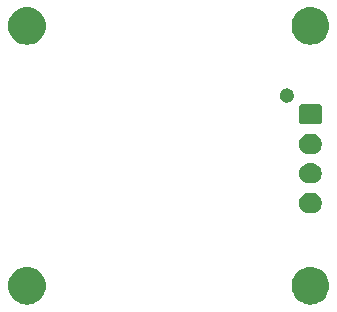
<source format=gbs>
%TF.GenerationSoftware,KiCad,Pcbnew,8.0.2*%
%TF.CreationDate,2024-12-26T16:13:32-05:00*%
%TF.ProjectId,TOF Sensor,544f4620-5365-46e7-936f-722e6b696361,rev?*%
%TF.SameCoordinates,Original*%
%TF.FileFunction,Soldermask,Bot*%
%TF.FilePolarity,Negative*%
%FSLAX46Y46*%
G04 Gerber Fmt 4.6, Leading zero omitted, Abs format (unit mm)*
G04 Created by KiCad (PCBNEW 8.0.2) date 2024-12-26 16:13:32*
%MOMM*%
%LPD*%
G01*
G04 APERTURE LIST*
G04 APERTURE END LIST*
G36*
X106250295Y-64419699D02*
G01*
X106494427Y-64478310D01*
X106726385Y-64574390D01*
X106940456Y-64705573D01*
X107131371Y-64868629D01*
X107294427Y-65059544D01*
X107425610Y-65273615D01*
X107521690Y-65505573D01*
X107580301Y-65749705D01*
X107600000Y-66000000D01*
X107580301Y-66250295D01*
X107521690Y-66494427D01*
X107425610Y-66726385D01*
X107294427Y-66940456D01*
X107131371Y-67131371D01*
X106940456Y-67294427D01*
X106726385Y-67425610D01*
X106494427Y-67521690D01*
X106250295Y-67580301D01*
X106000000Y-67600000D01*
X105749705Y-67580301D01*
X105505573Y-67521690D01*
X105273615Y-67425610D01*
X105059544Y-67294427D01*
X104868629Y-67131371D01*
X104705573Y-66940456D01*
X104574390Y-66726385D01*
X104478310Y-66494427D01*
X104419699Y-66250295D01*
X104400000Y-66000000D01*
X104419699Y-65749705D01*
X104478310Y-65505573D01*
X104574390Y-65273615D01*
X104705573Y-65059544D01*
X104868629Y-64868629D01*
X105059544Y-64705573D01*
X105273615Y-64574390D01*
X105505573Y-64478310D01*
X105749705Y-64419699D01*
X106000000Y-64400000D01*
X106250295Y-64419699D01*
G37*
G36*
X130250295Y-64419699D02*
G01*
X130494427Y-64478310D01*
X130726385Y-64574390D01*
X130940456Y-64705573D01*
X131131371Y-64868629D01*
X131294427Y-65059544D01*
X131425610Y-65273615D01*
X131521690Y-65505573D01*
X131580301Y-65749705D01*
X131600000Y-66000000D01*
X131580301Y-66250295D01*
X131521690Y-66494427D01*
X131425610Y-66726385D01*
X131294427Y-66940456D01*
X131131371Y-67131371D01*
X130940456Y-67294427D01*
X130726385Y-67425610D01*
X130494427Y-67521690D01*
X130250295Y-67580301D01*
X130000000Y-67600000D01*
X129749705Y-67580301D01*
X129505573Y-67521690D01*
X129273615Y-67425610D01*
X129059544Y-67294427D01*
X128868629Y-67131371D01*
X128705573Y-66940456D01*
X128574390Y-66726385D01*
X128478310Y-66494427D01*
X128419699Y-66250295D01*
X128400000Y-66000000D01*
X128419699Y-65749705D01*
X128478310Y-65505573D01*
X128574390Y-65273615D01*
X128705573Y-65059544D01*
X128868629Y-64868629D01*
X129059544Y-64705573D01*
X129273615Y-64574390D01*
X129505573Y-64478310D01*
X129749705Y-64419699D01*
X130000000Y-64400000D01*
X130250295Y-64419699D01*
G37*
G36*
X130208315Y-58154093D02*
G01*
X130371742Y-58186601D01*
X130525687Y-58250367D01*
X130664234Y-58342941D01*
X130782059Y-58460766D01*
X130874633Y-58599313D01*
X130938399Y-58753258D01*
X130970907Y-58916685D01*
X130970907Y-59083315D01*
X130938399Y-59246742D01*
X130874633Y-59400687D01*
X130782059Y-59539234D01*
X130664234Y-59657059D01*
X130525687Y-59749633D01*
X130371742Y-59813399D01*
X130208315Y-59845907D01*
X129875000Y-59850000D01*
X129791685Y-59845907D01*
X129628258Y-59813399D01*
X129474313Y-59749633D01*
X129335766Y-59657059D01*
X129217941Y-59539234D01*
X129125367Y-59400687D01*
X129061601Y-59246742D01*
X129029093Y-59083315D01*
X129029093Y-58916685D01*
X129061601Y-58753258D01*
X129125367Y-58599313D01*
X129217941Y-58460766D01*
X129335766Y-58342941D01*
X129474313Y-58250367D01*
X129628258Y-58186601D01*
X129791685Y-58154093D01*
X130125000Y-58150000D01*
X130208315Y-58154093D01*
G37*
G36*
X130208315Y-55654093D02*
G01*
X130371742Y-55686601D01*
X130525687Y-55750367D01*
X130664234Y-55842941D01*
X130782059Y-55960766D01*
X130874633Y-56099313D01*
X130938399Y-56253258D01*
X130970907Y-56416685D01*
X130970907Y-56583315D01*
X130938399Y-56746742D01*
X130874633Y-56900687D01*
X130782059Y-57039234D01*
X130664234Y-57157059D01*
X130525687Y-57249633D01*
X130371742Y-57313399D01*
X130208315Y-57345907D01*
X129875000Y-57350000D01*
X129791685Y-57345907D01*
X129628258Y-57313399D01*
X129474313Y-57249633D01*
X129335766Y-57157059D01*
X129217941Y-57039234D01*
X129125367Y-56900687D01*
X129061601Y-56746742D01*
X129029093Y-56583315D01*
X129029093Y-56416685D01*
X129061601Y-56253258D01*
X129125367Y-56099313D01*
X129217941Y-55960766D01*
X129335766Y-55842941D01*
X129474313Y-55750367D01*
X129628258Y-55686601D01*
X129791685Y-55654093D01*
X130125000Y-55650000D01*
X130208315Y-55654093D01*
G37*
G36*
X130208315Y-53154093D02*
G01*
X130371742Y-53186601D01*
X130525687Y-53250367D01*
X130664234Y-53342941D01*
X130782059Y-53460766D01*
X130874633Y-53599313D01*
X130938399Y-53753258D01*
X130970907Y-53916685D01*
X130970907Y-54083315D01*
X130938399Y-54246742D01*
X130874633Y-54400687D01*
X130782059Y-54539234D01*
X130664234Y-54657059D01*
X130525687Y-54749633D01*
X130371742Y-54813399D01*
X130208315Y-54845907D01*
X129875000Y-54850000D01*
X129791685Y-54845907D01*
X129628258Y-54813399D01*
X129474313Y-54749633D01*
X129335766Y-54657059D01*
X129217941Y-54539234D01*
X129125367Y-54400687D01*
X129061601Y-54246742D01*
X129029093Y-54083315D01*
X129029093Y-53916685D01*
X129061601Y-53753258D01*
X129125367Y-53599313D01*
X129217941Y-53460766D01*
X129335766Y-53342941D01*
X129474313Y-53250367D01*
X129628258Y-53186601D01*
X129791685Y-53154093D01*
X130125000Y-53150000D01*
X130208315Y-53154093D01*
G37*
G36*
X130729047Y-50650805D02*
G01*
X130780408Y-50656764D01*
X130797954Y-50664511D01*
X130820671Y-50669030D01*
X130844991Y-50685280D01*
X130865793Y-50694465D01*
X130880000Y-50708672D01*
X130901777Y-50723223D01*
X130916327Y-50744999D01*
X130930534Y-50759206D01*
X130939718Y-50780006D01*
X130955970Y-50804329D01*
X130960489Y-50827048D01*
X130968235Y-50844591D01*
X130974192Y-50895940D01*
X130975000Y-50900000D01*
X130975000Y-52100000D01*
X130974192Y-52104059D01*
X130968235Y-52155408D01*
X130960489Y-52172950D01*
X130955970Y-52195671D01*
X130939716Y-52219995D01*
X130930534Y-52240793D01*
X130916329Y-52254997D01*
X130901777Y-52276777D01*
X130879997Y-52291329D01*
X130865793Y-52305534D01*
X130844995Y-52314716D01*
X130820671Y-52330970D01*
X130797950Y-52335489D01*
X130780408Y-52343235D01*
X130729061Y-52349192D01*
X130725000Y-52350000D01*
X129275000Y-52350000D01*
X129270941Y-52349192D01*
X129219591Y-52343235D01*
X129202048Y-52335489D01*
X129179329Y-52330970D01*
X129155006Y-52314718D01*
X129134206Y-52305534D01*
X129119999Y-52291327D01*
X129098223Y-52276777D01*
X129083672Y-52255000D01*
X129069465Y-52240793D01*
X129060280Y-52219991D01*
X129044030Y-52195671D01*
X129039511Y-52172954D01*
X129031764Y-52155408D01*
X129025805Y-52104049D01*
X129025000Y-52100000D01*
X129025000Y-50900000D01*
X129025804Y-50895953D01*
X129031764Y-50844591D01*
X129039511Y-50827043D01*
X129044030Y-50804329D01*
X129060278Y-50780010D01*
X129069465Y-50759206D01*
X129083674Y-50744996D01*
X129098223Y-50723223D01*
X129119996Y-50708674D01*
X129134206Y-50694465D01*
X129155010Y-50685278D01*
X129179329Y-50669030D01*
X129202043Y-50664511D01*
X129219591Y-50656764D01*
X129270952Y-50650805D01*
X129275000Y-50650000D01*
X130725000Y-50650000D01*
X130729047Y-50650805D01*
G37*
G36*
X128035995Y-49304739D02*
G01*
X128072278Y-49304739D01*
X128113880Y-49314993D01*
X128155291Y-49320445D01*
X128183638Y-49332186D01*
X128212632Y-49339333D01*
X128256591Y-49362404D01*
X128300000Y-49380385D01*
X128319804Y-49395581D01*
X128340629Y-49406511D01*
X128383202Y-49444228D01*
X128424264Y-49475736D01*
X128435935Y-49490946D01*
X128448832Y-49502372D01*
X128485821Y-49555959D01*
X128519615Y-49600000D01*
X128524707Y-49612293D01*
X128530948Y-49621335D01*
X128558020Y-49692719D01*
X128579555Y-49744709D01*
X128580521Y-49752050D01*
X128582209Y-49756500D01*
X128595278Y-49864140D01*
X128600000Y-49900000D01*
X128595278Y-49935862D01*
X128582209Y-50043499D01*
X128580521Y-50047947D01*
X128579555Y-50055291D01*
X128558015Y-50107291D01*
X128530948Y-50178664D01*
X128524708Y-50187703D01*
X128519615Y-50200000D01*
X128485814Y-50244049D01*
X128448832Y-50297627D01*
X128435937Y-50309050D01*
X128424264Y-50324264D01*
X128383194Y-50355777D01*
X128340629Y-50393488D01*
X128319808Y-50404415D01*
X128300000Y-50419615D01*
X128256582Y-50437598D01*
X128212632Y-50460666D01*
X128183642Y-50467811D01*
X128155291Y-50479555D01*
X128113877Y-50485007D01*
X128072278Y-50495261D01*
X128035995Y-50495261D01*
X128000000Y-50500000D01*
X127964005Y-50495261D01*
X127927722Y-50495261D01*
X127886121Y-50485007D01*
X127844709Y-50479555D01*
X127816358Y-50467811D01*
X127787367Y-50460666D01*
X127743412Y-50437596D01*
X127700000Y-50419615D01*
X127680193Y-50404417D01*
X127659370Y-50393488D01*
X127616798Y-50355772D01*
X127575736Y-50324264D01*
X127564064Y-50309053D01*
X127551167Y-50297627D01*
X127514175Y-50244036D01*
X127480385Y-50200000D01*
X127475293Y-50187707D01*
X127469051Y-50178664D01*
X127441972Y-50107262D01*
X127420445Y-50055291D01*
X127419478Y-50047951D01*
X127417790Y-50043499D01*
X127404708Y-49935764D01*
X127400000Y-49900000D01*
X127404708Y-49864238D01*
X127417790Y-49756500D01*
X127419478Y-49752046D01*
X127420445Y-49744709D01*
X127441967Y-49692748D01*
X127469051Y-49621335D01*
X127475294Y-49612290D01*
X127480385Y-49600000D01*
X127514168Y-49555972D01*
X127551167Y-49502372D01*
X127564066Y-49490943D01*
X127575736Y-49475736D01*
X127616789Y-49444234D01*
X127659370Y-49406511D01*
X127680197Y-49395579D01*
X127700000Y-49380385D01*
X127743403Y-49362406D01*
X127787367Y-49339333D01*
X127816363Y-49332186D01*
X127844709Y-49320445D01*
X127886118Y-49314993D01*
X127927722Y-49304739D01*
X127964005Y-49304739D01*
X128000000Y-49300000D01*
X128035995Y-49304739D01*
G37*
G36*
X106250295Y-42419699D02*
G01*
X106494427Y-42478310D01*
X106726385Y-42574390D01*
X106940456Y-42705573D01*
X107131371Y-42868629D01*
X107294427Y-43059544D01*
X107425610Y-43273615D01*
X107521690Y-43505573D01*
X107580301Y-43749705D01*
X107600000Y-44000000D01*
X107580301Y-44250295D01*
X107521690Y-44494427D01*
X107425610Y-44726385D01*
X107294427Y-44940456D01*
X107131371Y-45131371D01*
X106940456Y-45294427D01*
X106726385Y-45425610D01*
X106494427Y-45521690D01*
X106250295Y-45580301D01*
X106000000Y-45600000D01*
X105749705Y-45580301D01*
X105505573Y-45521690D01*
X105273615Y-45425610D01*
X105059544Y-45294427D01*
X104868629Y-45131371D01*
X104705573Y-44940456D01*
X104574390Y-44726385D01*
X104478310Y-44494427D01*
X104419699Y-44250295D01*
X104400000Y-44000000D01*
X104419699Y-43749705D01*
X104478310Y-43505573D01*
X104574390Y-43273615D01*
X104705573Y-43059544D01*
X104868629Y-42868629D01*
X105059544Y-42705573D01*
X105273615Y-42574390D01*
X105505573Y-42478310D01*
X105749705Y-42419699D01*
X106000000Y-42400000D01*
X106250295Y-42419699D01*
G37*
G36*
X130250295Y-42419699D02*
G01*
X130494427Y-42478310D01*
X130726385Y-42574390D01*
X130940456Y-42705573D01*
X131131371Y-42868629D01*
X131294427Y-43059544D01*
X131425610Y-43273615D01*
X131521690Y-43505573D01*
X131580301Y-43749705D01*
X131600000Y-44000000D01*
X131580301Y-44250295D01*
X131521690Y-44494427D01*
X131425610Y-44726385D01*
X131294427Y-44940456D01*
X131131371Y-45131371D01*
X130940456Y-45294427D01*
X130726385Y-45425610D01*
X130494427Y-45521690D01*
X130250295Y-45580301D01*
X130000000Y-45600000D01*
X129749705Y-45580301D01*
X129505573Y-45521690D01*
X129273615Y-45425610D01*
X129059544Y-45294427D01*
X128868629Y-45131371D01*
X128705573Y-44940456D01*
X128574390Y-44726385D01*
X128478310Y-44494427D01*
X128419699Y-44250295D01*
X128400000Y-44000000D01*
X128419699Y-43749705D01*
X128478310Y-43505573D01*
X128574390Y-43273615D01*
X128705573Y-43059544D01*
X128868629Y-42868629D01*
X129059544Y-42705573D01*
X129273615Y-42574390D01*
X129505573Y-42478310D01*
X129749705Y-42419699D01*
X130000000Y-42400000D01*
X130250295Y-42419699D01*
G37*
M02*

</source>
